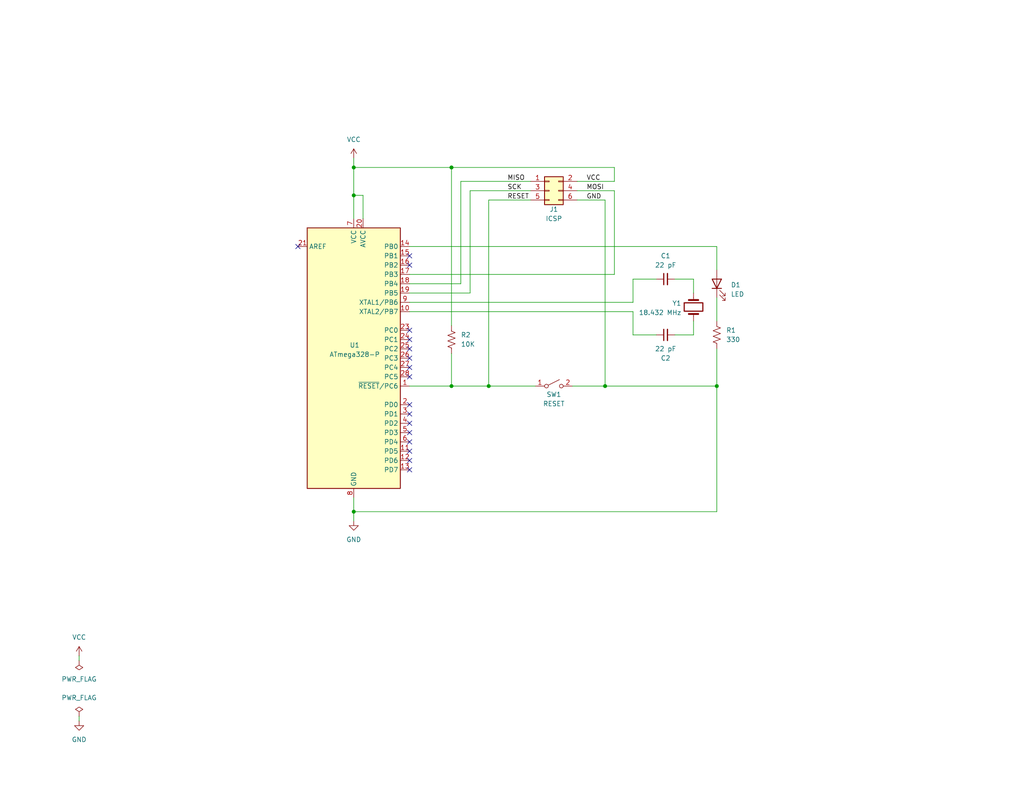
<source format=kicad_sch>
(kicad_sch (version 20250114) (generator "eeschema") (generator_version "9.0")
  (paper "USLetter")
  (title_block (title "AVR Blink") (date "2025-08-03"))
  (lib_symbols
    (symbol "Connector_Generic:Conn_02x03_Odd_Even" (pin_names (offset 1.016) (hide yes))
      (property "Reference" "J" (at 1.27 5.08 0))
      (property "Value" "Conn_02x03_Odd_Even" (at 1.27 -5.08 0))
      (symbol "Conn_02x03_Odd_Even_1_1"
        (rectangle (start -1.27 3.81) (end 3.81 -3.81) (stroke (width 0.254)) (fill (type background)))
        (rectangle (start -1.27 2.667) (end 0 2.413) (stroke (width 0.1524)))
        (rectangle (start -1.27 0.127) (end 0 -0.127) (stroke (width 0.1524)))
        (rectangle (start -1.27 -2.413) (end 0 -2.667) (stroke (width 0.1524)))
        (rectangle (start 3.81 2.667) (end 2.54 2.413) (stroke (width 0.1524)))
        (rectangle (start 3.81 0.127) (end 2.54 -0.127) (stroke (width 0.1524)))
        (rectangle (start 3.81 -2.413) (end 2.54 -2.667) (stroke (width 0.1524)))
        (pin passive line (at -5.08 2.54 0) (length 3.81) (name "Pin_1") (number "1"))
        (pin passive line (at -5.08 0 0) (length 3.81) (name "Pin_3") (number "3"))
        (pin passive line (at -5.08 -2.54 0) (length 3.81) (name "Pin_5") (number "5"))
        (pin passive line (at 7.62 2.54 180) (length 3.81) (name "Pin_2") (number "2"))
        (pin passive line (at 7.62 0 180) (length 3.81) (name "Pin_4") (number "4"))
        (pin passive line (at 7.62 -2.54 180) (length 3.81) (name "Pin_6") (number "6"))
      )
    )
    (symbol "Device:C_Small" (pin_numbers (hide yes)) (pin_names (offset 0.254) (hide yes))
      (property "Reference" "C" (at 0.254 1.778 0))
      (property "Value" "C_Small" (at 0.254 -2.032 0))
      (symbol "C_Small_0_1"
        (polyline (pts (xy -1.524 0.508) (xy 1.524 0.508)) (stroke (width 0.3048)))
        (polyline (pts (xy -1.524 -0.508) (xy 1.524 -0.508)) (stroke (width 0.3302)))
      )
      (symbol "C_Small_1_1"
        (pin passive line (at 0 2.54 270) (length 2.032) (name "~") (number "1"))
        (pin passive line (at 0 -2.54 90) (length 2.032) (name "~") (number "2"))
      )
    )
    (symbol "Device:Crystal" (pin_numbers (hide yes)) (pin_names (offset 1.016) (hide yes))
      (property "Reference" "Y" (at 0 3.81 0))
      (property "Value" "Crystal" (at 0 -3.81 0))
      (symbol "Crystal_0_1"
        (polyline (pts (xy -2.54 0) (xy -1.905 0)))
        (polyline (pts (xy -1.905 -1.27) (xy -1.905 1.27)) (stroke (width 0.508)))
        (rectangle (start -1.143 2.54) (end 1.143 -2.54) (stroke (width 0.3048)))
        (polyline (pts (xy 1.905 -1.27) (xy 1.905 1.27)) (stroke (width 0.508)))
        (polyline (pts (xy 2.54 0) (xy 1.905 0)))
      )
      (symbol "Crystal_1_1"
        (pin passive line (at -3.81 0 0) (length 1.27) (name "1") (number "1"))
        (pin passive line (at 3.81 0 180) (length 1.27) (name "2") (number "2"))
      )
    )
    (symbol "Device:LED" (pin_numbers (hide yes)) (pin_names (offset 1.016) (hide yes))
      (property "Reference" "D" (at 0 2.54 0))
      (property "Value" "LED" (at 0 -2.54 0))
      (symbol "LED_0_1"
        (polyline (pts (xy -3.048 -0.762) (xy -4.572 -2.286) (xy -3.81 -2.286) (xy -4.572 -2.286) (xy -4.572 -1.524)))
        (polyline (pts (xy -1.778 -0.762) (xy -3.302 -2.286) (xy -2.54 -2.286) (xy -3.302 -2.286) (xy -3.302 -1.524)))
        (polyline (pts (xy -1.27 0) (xy 1.27 0)))
        (polyline (pts (xy -1.27 -1.27) (xy -1.27 1.27)) (stroke (width 0.254)))
        (polyline (pts (xy 1.27 -1.27) (xy 1.27 1.27) (xy -1.27 0) (xy 1.27 -1.27)) (stroke (width 0.254)))
      )
      (symbol "LED_1_1"
        (pin passive line (at -3.81 0 0) (length 2.54) (name "K") (number "1"))
        (pin passive line (at 3.81 0 180) (length 2.54) (name "A") (number "2"))
      )
    )
    (symbol "Device:R_US" (pin_numbers (hide yes)) (pin_names (offset 0))
      (property "Reference" "R" (at 2.54 0 90))
      (property "Value" "R_US" (at -2.54 0 90))
      (symbol "R_US_0_1"
        (polyline (pts (xy 0 2.286) (xy 0 2.54)))
        (polyline (pts (xy 0 2.286) (xy 1.016 1.905) (xy 0 1.524) (xy -1.016 1.143) (xy 0 0.762)))
        (polyline (pts (xy 0 0.762) (xy 1.016 0.381) (xy 0 0) (xy -1.016 -0.381) (xy 0 -0.762)))
        (polyline (pts (xy 0 -0.762) (xy 1.016 -1.143) (xy 0 -1.524) (xy -1.016 -1.905) (xy 0 -2.286)))
        (polyline (pts (xy 0 -2.286) (xy 0 -2.54)))
      )
      (symbol "R_US_1_1"
        (pin passive line (at 0 3.81 270) (length 1.27) (name "~") (number "1"))
        (pin passive line (at 0 -3.81 90) (length 1.27) (name "~") (number "2"))
      )
    )
    (symbol "MCU_Microchip_ATmega:ATmega328-P"
      (property "Reference" "U" (at -12.7 36.83 0))
      (property "Value" "ATmega328-P" (at 2.54 -36.83 0))
      (symbol "ATmega328-P_0_1"
        (rectangle (start -12.7 -35.56) (end 12.7 35.56) (stroke (width 0.254)) (fill (type background)))
      )
      (symbol "ATmega328-P_1_1"
        (pin passive line (at -15.24 30.48 0) (length 2.54) (name "AREF") (number "21"))
        (pin power_in line (at 0 38.1 270) (length 2.54) (name "VCC") (number "7"))
        (pin passive line (at 0 -38.1 90) (length 2.54) (hide yes) (name "GND") (number "22"))
        (pin power_in line (at 0 -38.1 90) (length 2.54) (name "GND") (number "8"))
        (pin power_in line (at 2.54 38.1 270) (length 2.54) (name "AVCC") (number "20"))
        (pin bidirectional line (at 15.24 30.48 180) (length 2.54) (name "PB0") (number "14"))
        (pin bidirectional line (at 15.24 27.94 180) (length 2.54) (name "PB1") (number "15"))
        (pin bidirectional line (at 15.24 25.4 180) (length 2.54) (name "PB2") (number "16"))
        (pin bidirectional line (at 15.24 22.86 180) (length 2.54) (name "PB3") (number "17"))
        (pin bidirectional line (at 15.24 20.32 180) (length 2.54) (name "PB4") (number "18"))
        (pin bidirectional line (at 15.24 17.78 180) (length 2.54) (name "PB5") (number "19"))
        (pin bidirectional line (at 15.24 15.24 180) (length 2.54) (name "XTAL1/PB6") (number "9"))
        (pin bidirectional line (at 15.24 12.7 180) (length 2.54) (name "XTAL2/PB7") (number "10"))
        (pin bidirectional line (at 15.24 7.62 180) (length 2.54) (name "PC0") (number "23"))
        (pin bidirectional line (at 15.24 5.08 180) (length 2.54) (name "PC1") (number "24"))
        (pin bidirectional line (at 15.24 2.54 180) (length 2.54) (name "PC2") (number "25"))
        (pin bidirectional line (at 15.24 0 180) (length 2.54) (name "PC3") (number "26"))
        (pin bidirectional line (at 15.24 -2.54 180) (length 2.54) (name "PC4") (number "27"))
        (pin bidirectional line (at 15.24 -5.08 180) (length 2.54) (name "PC5") (number "28"))
        (pin bidirectional line (at 15.24 -7.62 180) (length 2.54) (name "~{RESET}/PC6") (number "1"))
        (pin bidirectional line (at 15.24 -12.7 180) (length 2.54) (name "PD0") (number "2"))
        (pin bidirectional line (at 15.24 -15.24 180) (length 2.54) (name "PD1") (number "3"))
        (pin bidirectional line (at 15.24 -17.78 180) (length 2.54) (name "PD2") (number "4"))
        (pin bidirectional line (at 15.24 -20.32 180) (length 2.54) (name "PD3") (number "5"))
        (pin bidirectional line (at 15.24 -22.86 180) (length 2.54) (name "PD4") (number "6"))
        (pin bidirectional line (at 15.24 -25.4 180) (length 2.54) (name "PD5") (number "11"))
        (pin bidirectional line (at 15.24 -27.94 180) (length 2.54) (name "PD6") (number "12"))
        (pin bidirectional line (at 15.24 -30.48 180) (length 2.54) (name "PD7") (number "13"))
      )
    )
    (symbol "Switch:SW_SPST" (pin_names (offset 0) (hide yes))
      (property "Reference" "SW" (at 0 3.175 0))
      (property "Value" "SW_SPST" (at 0 -2.54 0))
      (symbol "SW_SPST_0_0"
        (circle (center -2.032 0) (radius 0.508))
        (polyline (pts (xy -1.524 0.254) (xy 1.524 1.778)))
        (circle (center 2.032 0) (radius 0.508))
      )
      (symbol "SW_SPST_1_1"
        (pin passive line (at -5.08 0 0) (length 2.54) (name "A") (number "1"))
        (pin passive line (at 5.08 0 180) (length 2.54) (name "B") (number "2"))
      )
    )
    (symbol "power:GND" (power) (pin_numbers (hide yes)) (pin_names (offset 0) (hide yes))
      (property "Value" "GND" (at 0 -3.81 0))
      (symbol "GND_0_1"
        (polyline (pts (xy 0 0) (xy 0 -1.27) (xy 1.27 -1.27) (xy 0 -2.54) (xy -1.27 -1.27) (xy 0 -1.27)))
      )
      (symbol "GND_1_1"
        (pin power_in line (at 0 0 270) (length 0) (name "~") (number "1"))
      )
    )
    (symbol "power:PWR_FLAG" (power) (pin_numbers (hide yes)) (pin_names (offset 0) (hide yes))
      (property "Value" "PWR_FLAG" (at 0 3.81 0))
      (symbol "PWR_FLAG_0_0"
        (pin power_out line (at 0 0 90) (length 0) (name "~") (number "1"))
      )
      (symbol "PWR_FLAG_0_1"
        (polyline (pts (xy 0 0) (xy 0 1.27) (xy -1.016 1.905) (xy 0 2.54) (xy 1.016 1.905) (xy 0 1.27)))
      )
    )
    (symbol "power:VCC" (power) (pin_numbers (hide yes)) (pin_names (offset 0) (hide yes))
      (property "Value" "VCC" (at 0 3.556 0))
      (symbol "VCC_0_1"
        (polyline (pts (xy -0.762 1.27) (xy 0 2.54)))
        (polyline (pts (xy 0 2.54) (xy 0.762 1.27)))
        (polyline (pts (xy 0 0) (xy 0 2.54)))
      )
      (symbol "VCC_1_1"
        (pin power_in line (at 0 0 90) (length 0) (name "~") (number "1"))
      )
    )
  )
  (junction (at 123.19 45.72))
  (junction (at 123.19 105.41))
  (junction (at 96.52 45.72))
  (junction (at 96.52 53.34))
  (junction (at 133.35 105.41))
  (junction (at 165.1 105.41))
  (junction (at 195.58 105.41))
  (junction (at 96.52 139.7))
  (no_connect (at 111.76 102.87))
  (no_connect (at 111.76 118.11))
  (no_connect (at 111.76 72.39))
  (no_connect (at 111.76 90.17))
  (no_connect (at 111.76 97.79))
  (no_connect (at 111.76 92.71))
  (no_connect (at 111.76 128.27))
  (no_connect (at 111.76 120.65))
  (no_connect (at 111.76 115.57))
  (no_connect (at 81.28 67.31))
  (no_connect (at 111.76 110.49))
  (no_connect (at 111.76 100.33))
  (no_connect (at 111.76 69.85))
  (no_connect (at 111.76 125.73))
  (no_connect (at 111.76 113.03))
  (no_connect (at 111.76 95.25))
  (no_connect (at 111.76 123.19))
  (wire (pts (xy 189.23 76.2) (xy 189.23 80.01)))
  (wire (pts (xy 172.72 76.2) (xy 179.07 76.2)))
  (wire (pts (xy 157.48 52.07) (xy 167.64 52.07)))
  (wire (pts (xy 133.35 54.61) (xy 133.35 105.41)))
  (wire (pts (xy 123.19 45.72) (xy 167.64 45.72)))
  (wire (pts (xy 96.52 53.34) (xy 99.06 53.34)))
  (wire (pts (xy 195.58 95.25) (xy 195.58 105.41)))
  (wire (pts (xy 165.1 105.41) (xy 195.58 105.41)))
  (wire (pts (xy 111.76 67.31) (xy 195.58 67.31)))
  (wire (pts (xy 96.52 45.72) (xy 96.52 53.34)))
  (wire (pts (xy 133.35 54.61) (xy 144.78 54.61)))
  (wire (pts (xy 189.23 91.44) (xy 189.23 87.63)))
  (wire (pts (xy 184.15 91.44) (xy 189.23 91.44)))
  (wire (pts (xy 146.05 105.41) (xy 133.35 105.41)))
  (wire (pts (xy 125.73 77.47) (xy 125.73 49.53)))
  (wire (pts (xy 172.72 82.55) (xy 172.72 76.2)))
  (wire (pts (xy 133.35 105.41) (xy 123.19 105.41)))
  (wire (pts (xy 96.52 139.7) (xy 195.58 139.7)))
  (wire (pts (xy 179.07 91.44) (xy 172.72 91.44)))
  (wire (pts (xy 184.15 76.2) (xy 189.23 76.2)))
  (wire (pts (xy 157.48 54.61) (xy 165.1 54.61)))
  (wire (pts (xy 21.59 195.58) (xy 21.59 196.85)))
  (wire (pts (xy 111.76 82.55) (xy 172.72 82.55)))
  (wire (pts (xy 128.27 52.07) (xy 128.27 80.01)))
  (wire (pts (xy 96.52 135.89) (xy 96.52 139.7)))
  (wire (pts (xy 172.72 85.09) (xy 111.76 85.09)))
  (wire (pts (xy 167.64 52.07) (xy 167.64 74.93)))
  (wire (pts (xy 167.64 74.93) (xy 111.76 74.93)))
  (wire (pts (xy 195.58 67.31) (xy 195.58 73.66)))
  (wire (pts (xy 21.59 179.07) (xy 21.59 180.34)))
  (wire (pts (xy 125.73 49.53) (xy 144.78 49.53)))
  (wire (pts (xy 96.52 45.72) (xy 123.19 45.72)))
  (wire (pts (xy 195.58 105.41) (xy 195.58 139.7)))
  (wire (pts (xy 111.76 105.41) (xy 123.19 105.41)))
  (wire (pts (xy 128.27 52.07) (xy 144.78 52.07)))
  (wire (pts (xy 123.19 96.52) (xy 123.19 105.41)))
  (wire (pts (xy 96.52 53.34) (xy 96.52 59.69)))
  (wire (pts (xy 99.06 53.34) (xy 99.06 59.69)))
  (wire (pts (xy 157.48 49.53) (xy 167.64 49.53)))
  (wire (pts (xy 167.64 49.53) (xy 167.64 45.72)))
  (wire (pts (xy 128.27 80.01) (xy 111.76 80.01)))
  (wire (pts (xy 123.19 45.72) (xy 123.19 88.9)))
  (wire (pts (xy 172.72 91.44) (xy 172.72 85.09)))
  (wire (pts (xy 165.1 54.61) (xy 165.1 105.41)))
  (wire (pts (xy 195.58 81.28) (xy 195.58 87.63)))
  (wire (pts (xy 111.76 77.47) (xy 125.73 77.47)))
  (wire (pts (xy 96.52 139.7) (xy 96.52 142.24)))
  (wire (pts (xy 156.21 105.41) (xy 165.1 105.41)))
  (wire (pts (xy 96.52 43.18) (xy 96.52 45.72)))
  (label "RESET" (at 138.43 54.61 0))
  (label "SCK" (at 138.43 52.07 0))
  (label "MOSI" (at 160.02 52.07 0))
  (label "GND" (at 160.02 54.61 0))
  (label "VCC" (at 160.02 49.53 0))
  (label "MISO" (at 138.43 49.53 0))
  (symbol (lib_id "Connector_Generic:Conn_02x03_Odd_Even") (at 149.86 52.07 0) (unit 1)
    (property "Reference" "J1" (at 151.13 57.15 0))
    (property "Value" "ICSP" (at 151.13 59.69 0))
    (property "Description" "Generic connector, double row, 02x03, odd/even pin numbering scheme (row 1 odd numbers, row 2 even numbers), script generated (kicad-library-utils/schlib/autogen/connector/)" (effects (hide yes)))
  )
  (symbol (lib_id "Device:R_US") (at 195.58 91.44 0) (unit 1)
    (property "Reference" "R1" (at 198.12 90.1699 0) (effects (justify left)))
    (property "Value" "330" (at 198.12 92.7099 0) (effects (justify left)))
    (property "Description" "Resistor, US symbol" (effects (hide yes)))
  )
  (symbol (lib_id "power:PWR_FLAG") (at 21.59 195.58 0) (unit 1)
    (property "Reference" "#FLG01" (effects (hide yes)))
    (property "Value" "PWR_FLAG" (at 21.59 190.5 0))
    (property "Description" "Special symbol for telling ERC where power comes from" (effects (hide yes)))
  )
  (symbol (lib_id "Device:R_US") (at 123.19 92.71 0) (unit 1)
    (property "Reference" "R2" (at 125.73 91.4399 0) (effects (justify left)))
    (property "Value" "10K" (at 125.73 93.9799 0) (effects (justify left)))
    (property "Description" "Resistor, US symbol" (effects (hide yes)))
  )
  (symbol (lib_id "power:GND") (at 21.59 196.85 0) (unit 1)
    (property "Reference" "#PWR04" (effects (hide yes)))
    (property "Value" "GND" (at 21.59 201.93 0))
    (property "Description" "Power symbol creates a global label with name \"GND\" , ground" (effects (hide yes)))
  )
  (symbol (lib_id "Device:C_Small") (at 181.61 91.44 90) (mirror x) (unit 1)
    (property "Reference" "C2" (at 181.6163 97.79 90))
    (property "Value" "22 pF" (at 181.6163 95.25 90))
    (property "Description" "Unpolarized capacitor, small symbol" (effects (hide yes)))
  )
  (symbol (lib_id "power:PWR_FLAG") (at 21.59 180.34 180) (unit 1)
    (property "Reference" "#FLG02" (effects (hide yes)))
    (property "Value" "PWR_FLAG" (at 21.59 185.42 0))
    (property "Description" "Special symbol for telling ERC where power comes from" (effects (hide yes)))
  )
  (symbol (lib_id "power:GND") (at 96.52 142.24 0) (unit 1)
    (property "Reference" "#PWR01" (effects (hide yes)))
    (property "Value" "GND" (at 96.52 147.32 0))
    (property "Description" "Power symbol creates a global label with name \"GND\" , ground" (effects (hide yes)))
  )
  (symbol (lib_id "Device:Crystal") (at 189.23 83.82 90) (mirror x) (unit 1)
    (property "Reference" "Y1" (at 185.928 82.804 90) (effects (justify left)))
    (property "Value" "18.432 MHz" (at 185.928 85.344 90) (effects (justify left)))
    (property "Description" "Two pin crystal" (effects (hide yes)))
  )
  (symbol (lib_id "MCU_Microchip_ATmega:ATmega328-P") (at 96.52 97.79 0) (unit 1)
    (property "Reference" "U1" (at 96.774 94.234 0))
    (property "Value" "ATmega328-P" (at 96.774 96.774 0))
    (property "Footprint" "Package_DIP:DIP-28_W7.62mm" (effects (hide yes)))
    (property "Datasheet" "http://ww1.microchip.com/downloads/en/DeviceDoc/ATmega328_P%20AVR%20MCU%20with%20picoPower%20Technology%20Data%20Sheet%2040001984A.pdf" (effects (hide yes)))
    (property "Description" "20MHz, 32kB Flash, 2kB SRAM, 1kB EEPROM, DIP-28" (effects (hide yes)))
  )
  (symbol (lib_id "Switch:SW_SPST") (at 151.13 105.41 0) (unit 1)
    (property "Reference" "SW1" (at 151.13 107.696 0))
    (property "Value" "RESET" (at 151.13 110.236 0))
    (property "Description" "Single Pole Single Throw (SPST) switch" (effects (hide yes)))
  )
  (symbol (lib_id "Device:C_Small") (at 181.61 76.2 90) (unit 1)
    (property "Reference" "C1" (at 181.6163 69.85 90))
    (property "Value" "22 pF" (at 181.6163 72.39 90))
    (property "Description" "Unpolarized capacitor, small symbol" (effects (hide yes)))
  )
  (symbol (lib_id "Device:LED") (at 195.58 77.47 90) (unit 1)
    (property "Reference" "D1" (at 199.39 77.7874 90) (effects (justify right)))
    (property "Value" "LED" (at 199.39 80.3274 90) (effects (justify right)))
    (property "Description" "Light emitting diode" (effects (hide yes)))
    (property "Sim.Pins" "1=K 2=A" (effects (hide yes)))
  )
  (symbol (lib_id "power:VCC") (at 21.59 179.07 0) (unit 1)
    (property "Reference" "#PWR03" (effects (hide yes)))
    (property "Value" "VCC" (at 21.59 173.99 0))
    (property "Description" "Power symbol creates a global label with name \"VCC\"" (effects (hide yes)))
  )
  (symbol (lib_id "power:VCC") (at 96.52 43.18 0) (mirror y) (unit 1)
    (property "Reference" "#PWR02" (effects (hide yes)))
    (property "Value" "VCC" (at 96.52 38.1 0))
    (property "Description" "Power symbol creates a global label with name \"VCC\"" (effects (hide yes)))
  )
)
</source>
